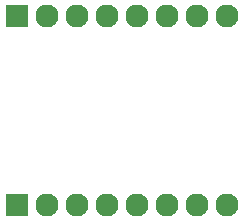
<source format=gbs>
G04 (created by PCBNEW-RS274X (2011-aug-04)-testing) date Tue 12 Feb 2013 02:33:29 PM PST*
G01*
G70*
G90*
%MOIN*%
G04 Gerber Fmt 3.4, Leading zero omitted, Abs format*
%FSLAX34Y34*%
G04 APERTURE LIST*
%ADD10C,0.006000*%
%ADD11C,0.077000*%
%ADD12R,0.077000X0.077000*%
G04 APERTURE END LIST*
G54D10*
G54D11*
X23799Y-29449D03*
X24799Y-29449D03*
X25799Y-29449D03*
X26799Y-29449D03*
X27799Y-29449D03*
X28799Y-29449D03*
G54D12*
X22799Y-29449D03*
G54D11*
X29799Y-29449D03*
X23799Y-23150D03*
X24799Y-23150D03*
X25799Y-23150D03*
X26799Y-23150D03*
X27799Y-23150D03*
X28799Y-23150D03*
G54D12*
X22799Y-23150D03*
G54D11*
X29799Y-23150D03*
M02*

</source>
